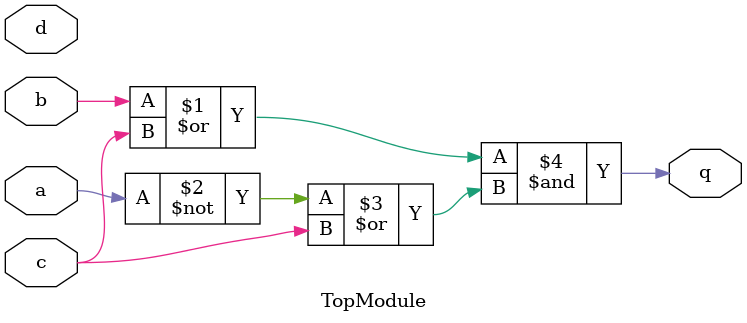
<source format=v>
module TopModule(input a, input b, input c, input d, output q);
    assign q = (b | c) & (~a | c);
endmodule

</source>
